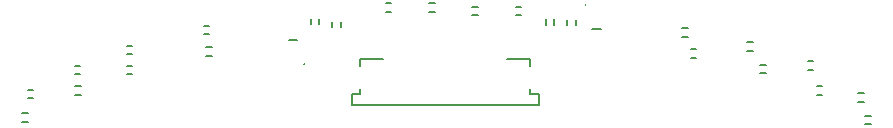
<source format=gto>
G04*
G04 #@! TF.GenerationSoftware,Altium Limited,Altium Designer,21.3.2 (30)*
G04*
G04 Layer_Color=65535*
%FSLAX43Y43*%
%MOMM*%
G71*
G04*
G04 #@! TF.SameCoordinates,EE666E5B-AA11-4746-8CD4-C77901DC4081*
G04*
G04*
G04 #@! TF.FilePolarity,Positive*
G04*
G01*
G75*
%ADD10C,0.127*%
%ADD11C,0.152*%
%ADD12C,0.200*%
D10*
X50298Y4943D02*
G03*
X50298Y4943I-51J0D01*
G01*
X26503Y-43D02*
G03*
X26503Y-43I-51J0D01*
G01*
D11*
X69847Y-1944D02*
X70304D01*
X69847Y-2656D02*
X70304D01*
X44387Y4044D02*
X44845D01*
X44387Y4756D02*
X44845D01*
X65087Y-144D02*
X65545D01*
X65087Y-856D02*
X65545D01*
X46944Y3255D02*
Y3713D01*
X47656Y3255D02*
Y3713D01*
X48744Y3187D02*
Y3645D01*
X49456Y3187D02*
Y3645D01*
X7087Y-1944D02*
X7545D01*
X7087Y-2656D02*
X7545D01*
X2587Y-4956D02*
X3045D01*
X2587Y-4244D02*
X3045D01*
X3055Y-2244D02*
X3513D01*
X3055Y-2956D02*
X3513D01*
X73987Y-5156D02*
X74445D01*
X73987Y-4444D02*
X74445D01*
X73387Y-3256D02*
X73845D01*
X73387Y-2544D02*
X73845D01*
X58487Y2956D02*
X58945D01*
X58487Y2244D02*
X58945D01*
X40687Y4044D02*
X41145D01*
X40687Y4756D02*
X41145D01*
X7055Y-244D02*
X7513D01*
X7055Y-956D02*
X7513D01*
X69087Y-556D02*
X69545D01*
X69087Y156D02*
X69545D01*
X63987Y1044D02*
X64445D01*
X63987Y1756D02*
X64445D01*
X59187Y444D02*
X59645D01*
X59187Y1156D02*
X59645D01*
X11455Y1456D02*
X11913D01*
X11455Y744D02*
X11913D01*
X18187Y1356D02*
X18645D01*
X18187Y644D02*
X18645D01*
X11455Y-956D02*
X11913D01*
X11455Y-244D02*
X11913D01*
X37055Y5056D02*
X37513D01*
X37055Y4344D02*
X37513D01*
X33387Y5056D02*
X33845D01*
X33387Y4344D02*
X33845D01*
X17987Y2444D02*
X18445D01*
X17987Y3156D02*
X18445D01*
X28844Y3055D02*
Y3513D01*
X29556Y3055D02*
Y3513D01*
X27756Y3287D02*
Y3745D01*
X27044Y3287D02*
Y3745D01*
X50844Y2911D02*
X51556D01*
X25144Y1989D02*
X25856D01*
D12*
X30475Y-3550D02*
Y-2600D01*
X31175D01*
X30475Y-3550D02*
X46325D01*
X31175Y-2600D02*
Y-2150D01*
Y-250D02*
Y350D01*
X33175D01*
X43625Y350D02*
X45625D01*
Y-2600D02*
Y-2150D01*
Y-250D02*
Y350D01*
X46325Y-3550D02*
Y-2600D01*
X45625D02*
X46325D01*
M02*

</source>
